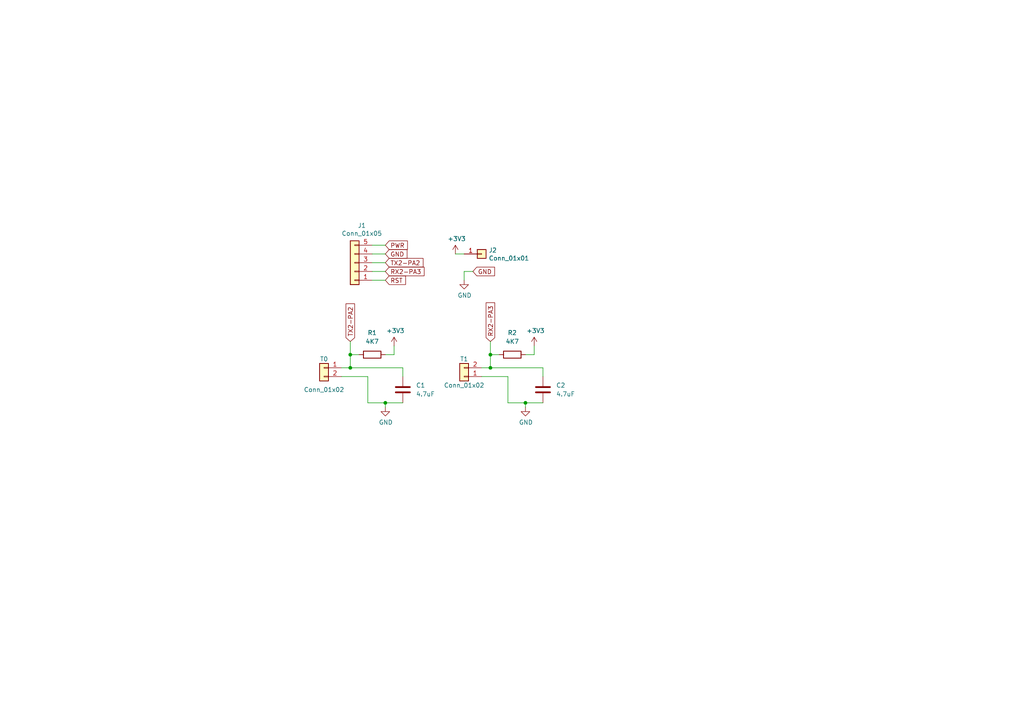
<source format=kicad_sch>
(kicad_sch (version 20211123) (generator eeschema)
  (paper "A4")
  (title_block (title "SKR_Mini_TFT_Thermistor") (date "2022-01-11") (rev "B") (company "Timmit99"))
  (lib_symbols
    (symbol "Connector_Generic:Conn_01x01" (pin_names (offset 1.016) hide)
      (property "Reference" "J" (at 0 2.54 0))
      (property "Value" "Conn_01x01" (at 0 -2.54 0))
      (symbol "Conn_01x01_1_1"
        (rectangle (start -1.27 0.127) (end 0 -0.127) (stroke (width 0.1524)))
        (rectangle (start -1.27 1.27) (end 1.27 -1.27) (stroke (width 0.254)) (fill (type background)))
        (pin passive line (at -5.08 0 0) (length 3.81) (name "Pin_1") (number "1"))
      )
    )
    (symbol "Connector_Generic:Conn_01x02" (pin_names (offset 1.016) hide)
      (property "Reference" "J" (at 0 2.54 0))
      (property "Value" "Conn_01x02" (at 0 -5.08 0))
      (symbol "Conn_01x02_1_1"
        (rectangle (start -1.27 -2.413) (end 0 -2.667) (stroke (width 0.1524)))
        (rectangle (start -1.27 0.127) (end 0 -0.127) (stroke (width 0.1524)))
        (rectangle (start -1.27 1.27) (end 1.27 -3.81) (stroke (width 0.254)) (fill (type background)))
        (pin passive line (at -5.08 0 0) (length 3.81) (name "Pin_1") (number "1"))
        (pin passive line (at -5.08 -2.54 0) (length 3.81) (name "Pin_2") (number "2"))
      )
    )
    (symbol "Connector_Generic:Conn_01x05" (pin_names (offset 1.016) hide)
      (property "Reference" "J" (at 0 7.62 0))
      (property "Value" "Conn_01x05" (at 0 -7.62 0))
      (symbol "Conn_01x05_1_1"
        (rectangle (start -1.27 -4.953) (end 0 -5.207) (stroke (width 0.1524)))
        (rectangle (start -1.27 -2.413) (end 0 -2.667) (stroke (width 0.1524)))
        (rectangle (start -1.27 0.127) (end 0 -0.127) (stroke (width 0.1524)))
        (rectangle (start -1.27 2.667) (end 0 2.413) (stroke (width 0.1524)))
        (rectangle (start -1.27 5.207) (end 0 4.953) (stroke (width 0.1524)))
        (rectangle (start -1.27 6.35) (end 1.27 -6.35) (stroke (width 0.254)) (fill (type background)))
        (pin passive line (at -5.08 5.08 0) (length 3.81) (name "Pin_1") (number "1"))
        (pin passive line (at -5.08 2.54 0) (length 3.81) (name "Pin_2") (number "2"))
        (pin passive line (at -5.08 0 0) (length 3.81) (name "Pin_3") (number "3"))
        (pin passive line (at -5.08 -2.54 0) (length 3.81) (name "Pin_4") (number "4"))
        (pin passive line (at -5.08 -5.08 0) (length 3.81) (name "Pin_5") (number "5"))
      )
    )
    (symbol "Device:C" (pin_numbers hide) (pin_names (offset 0.254))
      (property "Reference" "C" (at 0.635 2.54 0))
      (property "Value" "C" (at 0.635 -2.54 0))
      (symbol "C_0_1"
        (polyline (pts (xy -2.032 -0.762) (xy 2.032 -0.762)) (stroke (width 0.508)))
        (polyline (pts (xy -2.032 0.762) (xy 2.032 0.762)) (stroke (width 0.508)))
      )
      (symbol "C_1_1"
        (pin passive line (at 0 3.81 270) (length 2.794) (name "~") (number "1"))
        (pin passive line (at 0 -3.81 90) (length 2.794) (name "~") (number "2"))
      )
    )
    (symbol "Device:R" (pin_numbers hide) (pin_names (offset 0))
      (property "Reference" "R" (at 2.032 0 90))
      (property "Value" "R" (at 0 0 90))
      (symbol "R_0_1"
        (rectangle (start -1.016 -2.54) (end 1.016 2.54) (stroke (width 0.254)))
      )
      (symbol "R_1_1"
        (pin passive line (at 0 3.81 270) (length 1.27) (name "~") (number "1"))
        (pin passive line (at 0 -3.81 90) (length 1.27) (name "~") (number "2"))
      )
    )
    (symbol "power:+3V3" (power) (pin_names (offset 0))
      (property "Value" "+3V3" (at 0 3.556 0))
      (symbol "+3V3_0_1"
        (polyline (pts (xy -0.762 1.27) (xy 0 2.54)))
        (polyline (pts (xy 0 0) (xy 0 2.54)))
        (polyline (pts (xy 0 2.54) (xy 0.762 1.27)))
      )
      (symbol "+3V3_1_1"
        (pin power_in line (at 0 0 90) (length 0) hide (name "+3V3") (number "1"))
      )
    )
    (symbol "power:GND" (power) (pin_names (offset 0))
      (property "Value" "GND" (at 0 -3.81 0))
      (symbol "GND_0_1"
        (polyline (pts (xy 0 0) (xy 0 -1.27) (xy 1.27 -1.27) (xy 0 -2.54) (xy -1.27 -1.27) (xy 0 -1.27)))
      )
      (symbol "GND_1_1"
        (pin power_in line (at 0 0 270) (length 0) hide (name "GND") (number "1"))
      )
    )
  )
  (junction (at 101.6 106.68))
  (junction (at 152.4 116.84))
  (junction (at 142.24 102.87))
  (junction (at 142.24 106.68))
  (junction (at 111.76 116.84))
  (junction (at 101.6 102.87))
  (wire (pts (xy 101.6 102.87) (xy 101.6 99.06)))
  (wire (pts (xy 99.06 109.22) (xy 106.68 109.22)))
  (wire (pts (xy 157.48 106.68) (xy 157.48 109.22)))
  (wire (pts (xy 101.6 106.68) (xy 116.84 106.68)))
  (wire (pts (xy 142.24 102.87) (xy 142.24 99.06)))
  (wire (pts (xy 137.16 78.74) (xy 134.62 78.74)))
  (wire (pts (xy 106.68 116.84) (xy 111.76 116.84)))
  (wire (pts (xy 147.32 116.84) (xy 152.4 116.84)))
  (wire (pts (xy 139.7 109.22) (xy 147.32 109.22)))
  (wire (pts (xy 142.24 102.87) (xy 144.78 102.87)))
  (wire (pts (xy 134.62 78.74) (xy 134.62 81.28)))
  (wire (pts (xy 101.6 102.87) (xy 104.14 102.87)))
  (wire (pts (xy 107.95 73.66) (xy 111.76 73.66)))
  (wire (pts (xy 111.76 102.87) (xy 114.3 102.87)))
  (wire (pts (xy 116.84 106.68) (xy 116.84 109.22)))
  (wire (pts (xy 147.32 109.22) (xy 147.32 116.84)))
  (wire (pts (xy 99.06 106.68) (xy 101.6 106.68)))
  (wire (pts (xy 152.4 102.87) (xy 154.94 102.87)))
  (wire (pts (xy 111.76 116.84) (xy 111.76 118.11)))
  (wire (pts (xy 101.6 106.68) (xy 101.6 102.87)))
  (wire (pts (xy 142.24 106.68) (xy 157.48 106.68)))
  (wire (pts (xy 154.94 102.87) (xy 154.94 100.33)))
  (wire (pts (xy 111.76 116.84) (xy 116.84 116.84)))
  (wire (pts (xy 152.4 116.84) (xy 152.4 118.11)))
  (wire (pts (xy 107.95 76.2) (xy 111.76 76.2)))
  (wire (pts (xy 107.95 78.74) (xy 111.76 78.74)))
  (wire (pts (xy 152.4 116.84) (xy 157.48 116.84)))
  (wire (pts (xy 142.24 106.68) (xy 142.24 102.87)))
  (wire (pts (xy 107.95 71.12) (xy 111.76 71.12)))
  (wire (pts (xy 107.95 81.28) (xy 111.76 81.28)))
  (wire (pts (xy 106.68 109.22) (xy 106.68 116.84)))
  (wire (pts (xy 134.62 73.66) (xy 132.08 73.66)))
  (wire (pts (xy 139.7 106.68) (xy 142.24 106.68)))
  (wire (pts (xy 114.3 102.87) (xy 114.3 100.33)))
  (global_label "GND" (shape input) (at 137.16 78.74 0) (property "Intersheet References" "${INTERSHEET_REFS}" (effects hide)))
  (global_label "RX2-PA3" (shape input) (at 111.76 78.74 0) (property "Intersheet References" "${INTERSHEET_REFS}" (effects hide)))
  (global_label "TX2-PA2" (shape input) (at 101.6 99.06 90) (property "Intersheet References" "${INTERSHEET_REFS}" (effects hide)))
  (global_label "TX2-PA2" (shape input) (at 111.76 76.2 0) (property "Intersheet References" "${INTERSHEET_REFS}" (effects hide)))
  (global_label "PWR" (shape input) (at 111.76 71.12 0) (property "Intersheet References" "${INTERSHEET_REFS}" (effects hide)))
  (global_label "GND" (shape input) (at 111.76 73.66 0) (property "Intersheet References" "${INTERSHEET_REFS}" (effects hide)))
  (global_label "RX2-PA3" (shape input) (at 142.24 99.06 90) (property "Intersheet References" "${INTERSHEET_REFS}" (effects hide)))
  (global_label "RST" (shape input) (at 111.76 81.28 0) (property "Intersheet References" "${INTERSHEET_REFS}" (effects hide)))
  (symbol (lib_id "power:+3V3") (at 114.3 100.33 0) (unit 1)
    (property "Reference" "#PWR0101" (effects hide))
    (property "Value" "+3V3" (at 114.681 95.9358 0))
  )
  (symbol (lib_id "power:GND") (at 111.76 118.11 0) (unit 1)
    (property "Reference" "#PWR0102" (effects hide))
    (property "Value" "GND" (at 111.887 122.5042 0))
  )
  (symbol (lib_id "power:+3V3") (at 154.94 100.33 0) (unit 1)
    (property "Reference" "#PWR0103" (effects hide))
    (property "Value" "+3V3" (at 155.321 95.9358 0))
  )
  (symbol (lib_id "power:GND") (at 152.4 118.11 0) (unit 1)
    (property "Reference" "#PWR0104" (effects hide))
    (property "Value" "GND" (at 152.527 122.5042 0))
  )
  (symbol (lib_id "power:+3V3") (at 132.08 73.66 0) (unit 1)
    (property "Reference" "#PWR0105" (effects hide))
    (property "Value" "+3V3" (at 132.461 69.2658 0))
  )
  (symbol (lib_id "Connector_Generic:Conn_01x01") (at 139.7 73.66 0) (unit 1)
    (property "Reference" "J2" (at 141.732 72.5932 0) (effects (justify left)))
    (property "Value" "Conn_01x01" (at 141.732 74.9046 0) (effects (justify left)))
    (property "Footprint" "Connector_PinHeader_2.54mm:PinHeader_1x01_P2.54mm_Vertical" (effects hide))
  )
  (symbol (lib_id "Connector_Generic:Conn_01x05") (at 102.87 76.2 180) (unit 1)
    (property "Reference" "J1" (at 104.9528 65.405 0))
    (property "Value" "Conn_01x05" (at 104.9528 67.7164 0))
    (property "Footprint" "Connector_PinSocket_2.54mm:PinSocket_1x05_P2.54mm_Vertical" (effects hide))
  )
  (symbol (lib_id "power:GND") (at 134.62 81.28 0) (unit 1)
    (property "Reference" "#PWR0106" (effects hide))
    (property "Value" "GND" (at 134.747 85.6742 0))
  )
  (symbol (lib_id "Device:C") (at 157.48 113.03 0) (unit 1)
    (property "Reference" "C2" (at 161.29 111.7599 0) (effects (justify left)))
    (property "Value" "4.7uF" (at 161.29 114.2999 0) (effects (justify left)))
    (property "Footprint" "Capacitor_SMD:C_0805_2012Metric_Pad1.18x1.45mm_HandSolder" (effects hide))
  )
  (symbol (lib_id "Device:C") (at 116.84 113.03 0) (unit 1)
    (property "Reference" "C1" (at 120.65 111.7599 0) (effects (justify left)))
    (property "Value" "4.7uF" (at 120.65 114.2999 0) (effects (justify left)))
    (property "Footprint" "Capacitor_SMD:C_0805_2012Metric_Pad1.18x1.45mm_HandSolder" (effects hide))
  )
  (symbol (lib_id "Device:R") (at 107.95 102.87 90) (unit 1)
    (property "Reference" "R1" (at 107.95 96.52 90))
    (property "Value" "4K7" (at 107.95 99.06 90))
    (property "Footprint" "Resistor_SMD:R_0805_2012Metric_Pad1.20x1.40mm_HandSolder" (effects hide))
  )
  (symbol (lib_id "Connector_Generic:Conn_01x02") (at 93.98 106.68 0) (mirror y) (unit 1)
    (property "Reference" "T0" (at 93.98 104.14 0))
    (property "Value" "Conn_01x02" (at 93.98 113.03 0))
    (property "Footprint" "Connector_JST:JST_XH_B2B-XH-A_1x02_P2.50mm_Vertical" (effects hide))
  )
  (symbol (lib_id "Device:R") (at 148.59 102.87 90) (unit 1)
    (property "Reference" "R2" (at 148.59 96.52 90))
    (property "Value" "4K7" (at 148.59 99.06 90))
    (property "Footprint" "Resistor_SMD:R_0805_2012Metric_Pad1.20x1.40mm_HandSolder" (effects hide))
  )
  (symbol (lib_id "Connector_Generic:Conn_01x02") (at 134.62 109.22 180) (unit 1)
    (property "Reference" "T1" (at 134.62 104.14 0))
    (property "Value" "Conn_01x02" (at 134.62 111.76 0))
    (property "Footprint" "Connector_JST:JST_XH_B2B-XH-A_1x02_P2.50mm_Vertical" (effects hide))
  )
)
</source>
